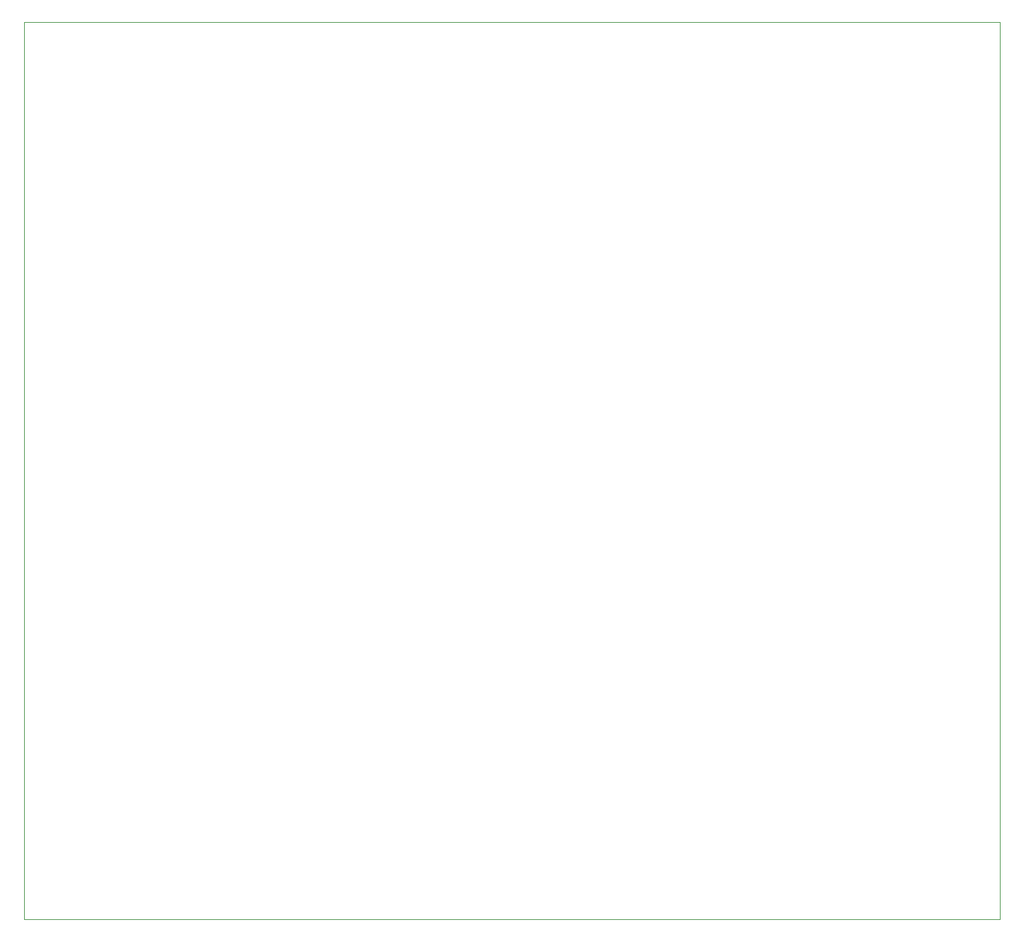
<source format=gm1>
G75*
%MOIN*%
%OFA0B0*%
%FSLAX25Y25*%
%IPPOS*%
%LPD*%
%AMOC8*
5,1,8,0,0,1.08239X$1,22.5*
%
%ADD10C,0.00000*%
D10*
X0137750Y0065875D02*
X0137750Y0512701D01*
X0623296Y0512701D01*
X0623296Y0065875D01*
X0137750Y0065875D01*
M02*

</source>
